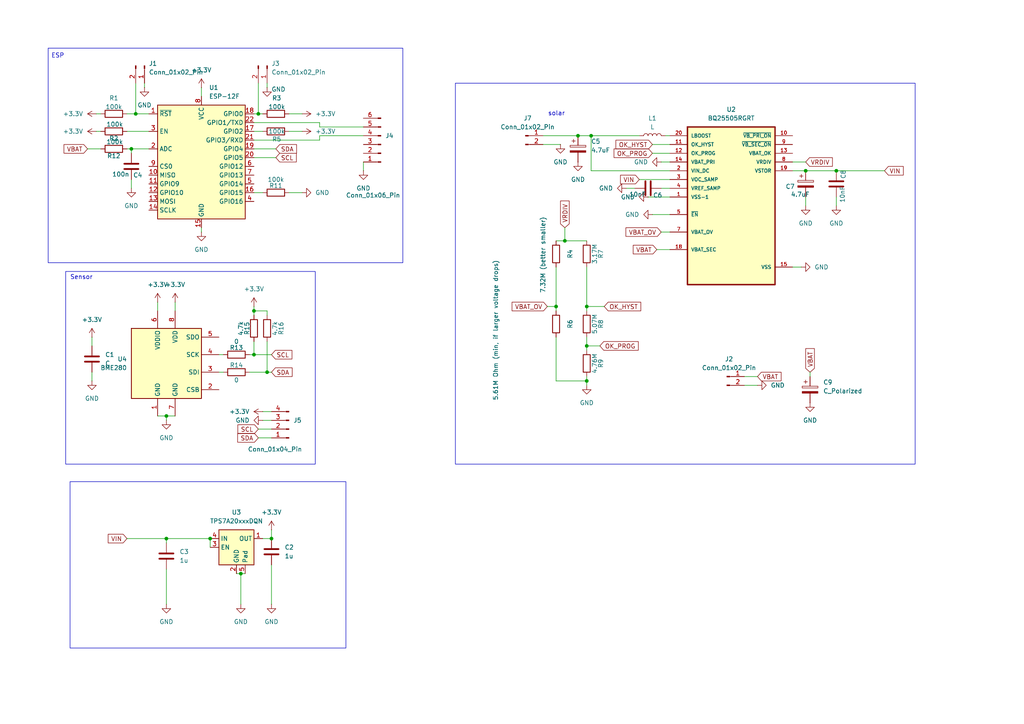
<source format=kicad_sch>
(kicad_sch (version 20231120) (generator "eeschema") (generator_version "8.0")
  (paper "A4")
  (lib_symbols
    (symbol "Connector:Conn_01x02_Pin" (pin_names (offset 1.016) hide)
      (property "Reference" "J" (at 0 2.54 0))
      (property "Value" "Conn_01x02_Pin" (at 0 -5.08 0))
      (symbol "Conn_01x02_Pin_1_1"
        (polyline (pts (xy 1.27 -2.54) (xy 0.8636 -2.54)) (stroke (width 0.1524)))
        (polyline (pts (xy 1.27 0) (xy 0.8636 0)) (stroke (width 0.1524)))
        (rectangle (start 0.8636 -2.413) (end 0 -2.667) (stroke (width 0.1524)) (fill (type outline)))
        (rectangle (start 0.8636 0.127) (end 0 -0.127) (stroke (width 0.1524)) (fill (type outline)))
        (pin passive line (at 5.08 0 180) (length 3.81) (name "Pin_1") (number "1"))
        (pin passive line (at 5.08 -2.54 180) (length 3.81) (name "Pin_2") (number "2"))
      )
    )
    (symbol "Connector:Conn_01x04_Pin" (pin_names (offset 1.016) hide)
      (property "Reference" "J" (at 0 5.08 0))
      (property "Value" "Conn_01x04_Pin" (at 0 -7.62 0))
      (symbol "Conn_01x04_Pin_1_1"
        (polyline (pts (xy 1.27 -5.08) (xy 0.8636 -5.08)) (stroke (width 0.1524)))
        (polyline (pts (xy 1.27 -2.54) (xy 0.8636 -2.54)) (stroke (width 0.1524)))
        (polyline (pts (xy 1.27 0) (xy 0.8636 0)) (stroke (width 0.1524)))
        (polyline (pts (xy 1.27 2.54) (xy 0.8636 2.54)) (stroke (width 0.1524)))
        (rectangle (start 0.8636 -4.953) (end 0 -5.207) (stroke (width 0.1524)) (fill (type outline)))
        (rectangle (start 0.8636 -2.413) (end 0 -2.667) (stroke (width 0.1524)) (fill (type outline)))
        (rectangle (start 0.8636 0.127) (end 0 -0.127) (stroke (width 0.1524)) (fill (type outline)))
        (rectangle (start 0.8636 2.667) (end 0 2.413) (stroke (width 0.1524)) (fill (type outline)))
        (pin passive line (at 5.08 2.54 180) (length 3.81) (name "Pin_1") (number "1"))
        (pin passive line (at 5.08 0 180) (length 3.81) (name "Pin_2") (number "2"))
        (pin passive line (at 5.08 -2.54 180) (length 3.81) (name "Pin_3") (number "3"))
        (pin passive line (at 5.08 -5.08 180) (length 3.81) (name "Pin_4") (number "4"))
      )
    )
    (symbol "Connector:Conn_01x06_Pin" (pin_names (offset 1.016) hide)
      (property "Reference" "J" (at 0 7.62 0))
      (property "Value" "Conn_01x06_Pin" (at 0 -10.16 0))
      (symbol "Conn_01x06_Pin_1_1"
        (polyline (pts (xy 1.27 -7.62) (xy 0.8636 -7.62)) (stroke (width 0.1524)))
        (polyline (pts (xy 1.27 -5.08) (xy 0.8636 -5.08)) (stroke (width 0.1524)))
        (polyline (pts (xy 1.27 -2.54) (xy 0.8636 -2.54)) (stroke (width 0.1524)))
        (polyline (pts (xy 1.27 0) (xy 0.8636 0)) (stroke (width 0.1524)))
        (polyline (pts (xy 1.27 2.54) (xy 0.8636 2.54)) (stroke (width 0.1524)))
        (polyline (pts (xy 1.27 5.08) (xy 0.8636 5.08)) (stroke (width 0.1524)))
        (rectangle (start 0.8636 -7.493) (end 0 -7.747) (stroke (width 0.1524)) (fill (type outline)))
        (rectangle (start 0.8636 -4.953) (end 0 -5.207) (stroke (width 0.1524)) (fill (type outline)))
        (rectangle (start 0.8636 -2.413) (end 0 -2.667) (stroke (width 0.1524)) (fill (type outline)))
        (rectangle (start 0.8636 0.127) (end 0 -0.127) (stroke (width 0.1524)) (fill (type outline)))
        (rectangle (start 0.8636 2.667) (end 0 2.413) (stroke (width 0.1524)) (fill (type outline)))
        (rectangle (start 0.8636 5.207) (end 0 4.953) (stroke (width 0.1524)) (fill (type outline)))
        (pin passive line (at 5.08 5.08 180) (length 3.81) (name "Pin_1") (number "1"))
        (pin passive line (at 5.08 2.54 180) (length 3.81) (name "Pin_2") (number "2"))
        (pin passive line (at 5.08 0 180) (length 3.81) (name "Pin_3") (number "3"))
        (pin passive line (at 5.08 -2.54 180) (length 3.81) (name "Pin_4") (number "4"))
        (pin passive line (at 5.08 -5.08 180) (length 3.81) (name "Pin_5") (number "5"))
        (pin passive line (at 5.08 -7.62 180) (length 3.81) (name "Pin_6") (number "6"))
      )
    )
    (symbol "Device:C" (pin_numbers hide) (pin_names (offset 0.254))
      (property "Reference" "C" (at 0.635 2.54 0))
      (property "Value" "C" (at 0.635 -2.54 0))
      (symbol "C_0_1"
        (polyline (pts (xy -2.032 -0.762) (xy 2.032 -0.762)) (stroke (width 0.508)))
        (polyline (pts (xy -2.032 0.762) (xy 2.032 0.762)) (stroke (width 0.508)))
      )
      (symbol "C_1_1"
        (pin passive line (at 0 3.81 270) (length 2.794) (name "~") (number "1"))
        (pin passive line (at 0 -3.81 90) (length 2.794) (name "~") (number "2"))
      )
    )
    (symbol "Device:C_Polarized" (pin_numbers hide) (pin_names (offset 0.254))
      (property "Reference" "C" (at 0.635 2.54 0))
      (property "Value" "C_Polarized" (at 0.635 -2.54 0))
      (symbol "C_Polarized_0_1"
        (rectangle (start -2.286 0.508) (end 2.286 1.016))
        (polyline (pts (xy -1.778 2.286) (xy -0.762 2.286)))
        (polyline (pts (xy -1.27 2.794) (xy -1.27 1.778)))
        (rectangle (start 2.286 -0.508) (end -2.286 -1.016) (fill (type outline)))
      )
      (symbol "C_Polarized_1_1"
        (pin passive line (at 0 3.81 270) (length 2.794) (name "~") (number "1"))
        (pin passive line (at 0 -3.81 90) (length 2.794) (name "~") (number "2"))
      )
    )
    (symbol "Device:L" (pin_numbers hide) (pin_names (offset 1.016) hide)
      (property "Reference" "L" (at -1.27 0 90))
      (property "Value" "L" (at 1.905 0 90))
      (symbol "L_0_1"
        (arc (start 0 -2.54) (mid 0.6323 -1.905) (end 0 -1.27))
        (arc (start 0 -1.27) (mid 0.6323 -0.635) (end 0 0))
        (arc (start 0 0) (mid 0.6323 0.635) (end 0 1.27))
        (arc (start 0 1.27) (mid 0.6323 1.905) (end 0 2.54))
      )
      (symbol "L_1_1"
        (pin passive line (at 0 3.81 270) (length 1.27) (name "1") (number "1"))
        (pin passive line (at 0 -3.81 90) (length 1.27) (name "2") (number "2"))
      )
    )
    (symbol "Device:R" (pin_numbers hide) (pin_names (offset 0))
      (property "Reference" "R" (at 2.032 0 90))
      (property "Value" "R" (at 0 0 90))
      (symbol "R_0_1"
        (rectangle (start -1.016 -2.54) (end 1.016 2.54) (stroke (width 0.254)))
      )
      (symbol "R_1_1"
        (pin passive line (at 0 3.81 270) (length 1.27) (name "~") (number "1"))
        (pin passive line (at 0 -3.81 90) (length 1.27) (name "~") (number "2"))
      )
    )
    (symbol "RF_Module:ESP-12F"
      (property "Reference" "U" (at -12.7 19.05 0))
      (property "Value" "ESP-12F" (at 12.7 19.05 0))
      (symbol "ESP-12F_0_1"
        (rectangle (start -12.7 17.78) (end 12.7 -15.24) (stroke (width 0.254)) (fill (type background)))
      )
      (symbol "ESP-12F_1_1"
        (pin input line (at -15.24 15.24 0) (length 2.54) (name "~{RST}") (number "1"))
        (pin bidirectional line (at -15.24 -2.54 0) (length 2.54) (name "MISO") (number "10"))
        (pin bidirectional line (at -15.24 -5.08 0) (length 2.54) (name "GPIO9") (number "11"))
        (pin bidirectional line (at -15.24 -7.62 0) (length 2.54) (name "GPIO10") (number "12"))
        (pin bidirectional line (at -15.24 -10.16 0) (length 2.54) (name "MOSI") (number "13"))
        (pin bidirectional line (at -15.24 -12.7 0) (length 2.54) (name "SCLK") (number "14"))
        (pin power_in line (at 0 -17.78 90) (length 2.54) (name "GND") (number "15"))
        (pin bidirectional line (at 15.24 -7.62 180) (length 2.54) (name "GPIO15") (number "16"))
        (pin bidirectional line (at 15.24 10.16 180) (length 2.54) (name "GPIO2") (number "17"))
        (pin bidirectional line (at 15.24 15.24 180) (length 2.54) (name "GPIO0") (number "18"))
        (pin bidirectional line (at 15.24 5.08 180) (length 2.54) (name "GPIO4") (number "19"))
        (pin input line (at -15.24 5.08 0) (length 2.54) (name "ADC") (number "2"))
        (pin bidirectional line (at 15.24 2.54 180) (length 2.54) (name "GPIO5") (number "20"))
        (pin bidirectional line (at 15.24 7.62 180) (length 2.54) (name "GPIO3/RXD") (number "21"))
        (pin bidirectional line (at 15.24 12.7 180) (length 2.54) (name "GPIO1/TXD") (number "22"))
        (pin input line (at -15.24 10.16 0) (length 2.54) (name "EN") (number "3"))
        (pin bidirectional line (at 15.24 -10.16 180) (length 2.54) (name "GPIO16") (number "4"))
        (pin bidirectional line (at 15.24 -5.08 180) (length 2.54) (name "GPIO14") (number "5"))
        (pin bidirectional line (at 15.24 0 180) (length 2.54) (name "GPIO12") (number "6"))
        (pin bidirectional line (at 15.24 -2.54 180) (length 2.54) (name "GPIO13") (number "7"))
        (pin power_in line (at 0 20.32 270) (length 2.54) (name "VCC") (number "8"))
        (pin input line (at -15.24 0 0) (length 2.54) (name "CS0") (number "9"))
      )
    )
    (symbol "Regulator_Linear:TPS7A20xxxDQN"
      (property "Reference" "U" (at -3.81 6.35 0))
      (property "Value" "TPS7A20xxxDQN" (at 6.35 6.35 0))
      (symbol "TPS7A20xxxDQN_0_1"
        (rectangle (start -5.08 5.08) (end 5.08 -5.08) (stroke (width 0.254)) (fill (type background)))
        (pin power_out line (at 7.62 2.54 180) (length 2.54) (name "OUT") (number "1"))
        (pin power_in line (at 0 -7.62 90) (length 2.54) (name "GND") (number "2"))
        (pin input line (at -7.62 0 0) (length 2.54) (name "EN") (number "3"))
        (pin power_in line (at -7.62 2.54 0) (length 2.54) (name "IN") (number "4"))
      )
      (symbol "TPS7A20xxxDQN_1_1"
        (pin passive line (at 2.54 -7.62 90) (length 2.54) (name "Pad") (number "5"))
      )
    )
    (symbol "Sensor:BME280"
      (property "Reference" "U" (at -8.89 11.43 0))
      (property "Value" "BME280" (at 7.62 11.43 0))
      (symbol "BME280_0_1"
        (rectangle (start -10.16 10.16) (end 10.16 -10.16) (stroke (width 0.254)) (fill (type background)))
      )
      (symbol "BME280_1_1"
        (pin power_in line (at -2.54 -15.24 90) (length 5.08) (name "GND") (number "1"))
        (pin input line (at 15.24 -7.62 180) (length 5.08) (name "CSB") (number "2"))
        (pin bidirectional line (at 15.24 -2.54 180) (length 5.08) (name "SDI") (number "3"))
        (pin input line (at 15.24 2.54 180) (length 5.08) (name "SCK") (number "4"))
        (pin bidirectional line (at 15.24 7.62 180) (length 5.08) (name "SDO") (number "5"))
        (pin power_in line (at -2.54 15.24 270) (length 5.08) (name "VDDIO") (number "6"))
        (pin power_in line (at 2.54 -15.24 90) (length 5.08) (name "GND") (number "7"))
        (pin power_in line (at 2.54 15.24 270) (length 5.08) (name "VDD") (number "8"))
      )
    )
    (symbol "mppt:BQ25505RGRT" (pin_names (offset 1.016))
      (property "Reference" "U" (at -12.7 23.86 0))
      (property "Value" "BQ25505RGRT" (at -12.7 -26.86 0))
      (symbol "BQ25505RGRT_0_0"
        (rectangle (start -12.7 -22.86) (end 12.7 22.86) (stroke (width 0.41)) (fill (type background)))
        (pin input line (at -17.78 2.54 0) (length 5.08) (name "VSS-1") (number "1"))
        (pin output line (at 17.78 20.32 180) (length 5.08) (name "~{VB_PRI_ON}") (number "10"))
        (pin input line (at -17.78 17.78 0) (length 5.08) (name "OK_HYST") (number "11"))
        (pin input line (at -17.78 15.24 0) (length 5.08) (name "OK_PROG") (number "12"))
        (pin output line (at 17.78 15.24 180) (length 5.08) (name "VBAT_OK") (number "13"))
        (pin input line (at -17.78 12.7 0) (length 5.08) (name "VBAT_PRI") (number "14"))
        (pin power_in line (at 17.78 -17.78 180) (length 5.08) (name "VSS") (number "15"))
        (pin bidirectional line (at -17.78 -12.7 0) (length 5.08) (name "VBAT_SEC") (number "18"))
        (pin output line (at 17.78 10.16 180) (length 5.08) (name "VSTOR") (number "19"))
        (pin input line (at -17.78 10.16 0) (length 5.08) (name "VIN_DC") (number "2"))
        (pin input line (at -17.78 20.32 0) (length 5.08) (name "LBOOST") (number "20"))
        (pin input line (at -17.78 7.62 0) (length 5.08) (name "VOC_SAMP") (number "3"))
        (pin input line (at -17.78 5.08 0) (length 5.08) (name "VREF_SAMP") (number "4"))
        (pin bidirectional line (at -17.78 -2.54 0) (length 5.08) (name "~{EN}") (number "5"))
        (pin bidirectional line (at -17.78 -7.62 0) (length 5.08) (name "VBAT_OV") (number "7"))
        (pin output line (at 17.78 12.7 180) (length 5.08) (name "VRDIV") (number "8"))
        (pin output line (at 17.78 17.78 180) (length 5.08) (name "~{VB_SEC_ON}") (number "9"))
      )
    )
    (symbol "power:+3.3V" (power) (pin_numbers hide) (pin_names (offset 0) hide)
      (property "Value" "+3.3V" (at 0 3.556 0))
      (symbol "+3.3V_0_1"
        (polyline (pts (xy -0.762 1.27) (xy 0 2.54)))
        (polyline (pts (xy 0 0) (xy 0 2.54)))
        (polyline (pts (xy 0 2.54) (xy 0.762 1.27)))
      )
      (symbol "+3.3V_1_1"
        (pin power_in line (at 0 0 90) (length 0) (name "~") (number "1"))
      )
    )
    (symbol "power:GND" (power) (pin_numbers hide) (pin_names (offset 0) hide)
      (property "Value" "GND" (at 0 -3.81 0))
      (symbol "GND_0_1"
        (polyline (pts (xy 0 0) (xy 0 -1.27) (xy 1.27 -1.27) (xy 0 -2.54) (xy -1.27 -1.27) (xy 0 -1.27)))
      )
      (symbol "GND_1_1"
        (pin power_in line (at 0 0 270) (length 0) (name "~") (number "1"))
      )
    )
  )
  (junction (at 233.68 49.53))
  (junction (at 39.37 33.02))
  (junction (at 170.18 100.33))
  (junction (at 163.83 69.85))
  (junction (at 161.29 88.9))
  (junction (at 242.57 49.53))
  (junction (at 78.74 156.21))
  (junction (at 48.26 156.21))
  (junction (at 69.85 166.37))
  (junction (at 170.18 88.9))
  (junction (at 73.66 102.87))
  (junction (at 48.26 120.65))
  (junction (at 170.18 110.49))
  (junction (at 73.66 90.17))
  (junction (at 167.64 39.37))
  (junction (at 74.93 33.02))
  (junction (at 60.96 156.21))
  (junction (at 77.47 107.95))
  (junction (at 38.1 43.18))
  (junction (at 171.45 39.37))
  (wire (pts (xy 27.94 33.02) (xy 29.21 33.02)))
  (wire (pts (xy 73.66 38.1) (xy 76.2 38.1)))
  (wire (pts (xy 229.87 77.47) (xy 232.41 77.47)))
  (wire (pts (xy 50.8 120.65) (xy 48.26 120.65)))
  (wire (pts (xy 190.5 72.39) (xy 194.31 72.39)))
  (wire (pts (xy 78.74 163.83) (xy 78.74 175.26)))
  (wire (pts (xy 215.9 109.22) (xy 219.71 109.22)))
  (wire (pts (xy 161.29 77.47) (xy 161.29 88.9)))
  (wire (pts (xy 41.91 24.13) (xy 41.91 25.4)))
  (wire (pts (xy 242.57 57.15) (xy 242.57 59.69)))
  (wire (pts (xy 189.23 62.23) (xy 194.31 62.23)))
  (wire (pts (xy 74.93 124.46) (xy 78.74 124.46)))
  (wire (pts (xy 58.42 25.4) (xy 58.42 27.94)))
  (wire (pts (xy 171.45 49.53) (xy 194.31 49.53)))
  (wire (pts (xy 45.72 120.65) (xy 48.26 120.65)))
  (wire (pts (xy 105.41 36.83) (xy 92.71 36.83)))
  (wire (pts (xy 72.39 107.95) (xy 77.47 107.95)))
  (wire (pts (xy 170.18 88.9) (xy 175.26 88.9)))
  (wire (pts (xy 73.66 88.9) (xy 73.66 90.17)))
  (wire (pts (xy 74.93 33.02) (xy 76.2 33.02)))
  (wire (pts (xy 45.72 87.63) (xy 45.72 90.17)))
  (wire (pts (xy 170.18 77.47) (xy 170.18 88.9)))
  (wire (pts (xy 234.95 107.95) (xy 234.95 109.22)))
  (wire (pts (xy 193.04 39.37) (xy 194.31 39.37)))
  (wire (pts (xy 60.96 156.21) (xy 60.96 158.75)))
  (wire (pts (xy 189.23 41.91) (xy 194.31 41.91)))
  (wire (pts (xy 76.2 121.92) (xy 78.74 121.92)))
  (wire (pts (xy 92.71 35.56) (xy 73.66 35.56)))
  (wire (pts (xy 171.45 39.37) (xy 171.45 49.53)))
  (wire (pts (xy 171.45 39.37) (xy 185.42 39.37)))
  (wire (pts (xy 83.82 55.88) (xy 87.63 55.88)))
  (wire (pts (xy 63.5 107.95) (xy 64.77 107.95)))
  (wire (pts (xy 161.29 110.49) (xy 170.18 110.49)))
  (wire (pts (xy 161.29 97.79) (xy 161.29 110.49)))
  (wire (pts (xy 73.66 33.02) (xy 74.93 33.02)))
  (wire (pts (xy 105.41 39.37) (xy 92.71 39.37)))
  (wire (pts (xy 191.77 54.61) (xy 194.31 54.61)))
  (wire (pts (xy 170.18 110.49) (xy 170.18 111.76)))
  (wire (pts (xy 74.93 127) (xy 78.74 127)))
  (wire (pts (xy 73.66 40.64) (xy 92.71 40.64)))
  (wire (pts (xy 58.42 66.04) (xy 58.42 67.31)))
  (wire (pts (xy 229.87 46.99) (xy 233.68 46.99)))
  (wire (pts (xy 92.71 39.37) (xy 92.71 40.64)))
  (wire (pts (xy 76.2 119.38) (xy 78.74 119.38)))
  (wire (pts (xy 48.26 157.48) (xy 48.26 156.21)))
  (wire (pts (xy 167.64 39.37) (xy 171.45 39.37)))
  (wire (pts (xy 36.83 33.02) (xy 39.37 33.02)))
  (wire (pts (xy 242.57 49.53) (xy 256.54 49.53)))
  (wire (pts (xy 163.83 69.85) (xy 170.18 69.85)))
  (wire (pts (xy 77.47 99.06) (xy 77.47 107.95)))
  (wire (pts (xy 229.87 49.53) (xy 233.68 49.53)))
  (wire (pts (xy 77.47 91.44) (xy 77.47 90.17)))
  (wire (pts (xy 27.94 38.1) (xy 29.21 38.1)))
  (wire (pts (xy 157.48 41.91) (xy 162.56 41.91)))
  (wire (pts (xy 170.18 100.33) (xy 173.99 100.33)))
  (wire (pts (xy 73.66 90.17) (xy 77.47 90.17)))
  (wire (pts (xy 73.66 90.17) (xy 73.66 91.44)))
  (wire (pts (xy 181.61 54.61) (xy 184.15 54.61)))
  (wire (pts (xy 69.85 166.37) (xy 71.12 166.37)))
  (wire (pts (xy 48.26 165.1) (xy 48.26 175.26)))
  (wire (pts (xy 39.37 24.13) (xy 39.37 33.02)))
  (wire (pts (xy 73.66 55.88) (xy 76.2 55.88)))
  (wire (pts (xy 38.1 52.07) (xy 38.1 54.61)))
  (wire (pts (xy 36.83 38.1) (xy 43.18 38.1)))
  (wire (pts (xy 48.26 156.21) (xy 60.96 156.21)))
  (wire (pts (xy 83.82 38.1) (xy 87.63 38.1)))
  (wire (pts (xy 50.8 87.63) (xy 50.8 90.17)))
  (wire (pts (xy 36.83 43.18) (xy 38.1 43.18)))
  (wire (pts (xy 158.75 88.9) (xy 161.29 88.9)))
  (wire (pts (xy 170.18 88.9) (xy 170.18 90.17)))
  (wire (pts (xy 78.74 156.21) (xy 76.2 156.21)))
  (wire (pts (xy 189.23 44.45) (xy 194.31 44.45)))
  (wire (pts (xy 157.48 39.37) (xy 167.64 39.37)))
  (wire (pts (xy 170.18 100.33) (xy 170.18 101.6)))
  (wire (pts (xy 39.37 33.02) (xy 43.18 33.02)))
  (wire (pts (xy 26.67 107.95) (xy 26.67 110.49)))
  (wire (pts (xy 36.83 156.21) (xy 48.26 156.21)))
  (wire (pts (xy 26.67 97.79) (xy 26.67 100.33)))
  (wire (pts (xy 161.29 69.85) (xy 163.83 69.85)))
  (wire (pts (xy 92.71 36.83) (xy 92.71 35.56)))
  (wire (pts (xy 191.77 67.31) (xy 194.31 67.31)))
  (wire (pts (xy 170.18 109.22) (xy 170.18 110.49)))
  (wire (pts (xy 233.68 49.53) (xy 242.57 49.53)))
  (wire (pts (xy 48.26 120.65) (xy 48.26 121.92)))
  (wire (pts (xy 77.47 24.13) (xy 77.47 25.4)))
  (wire (pts (xy 38.1 43.18) (xy 43.18 43.18)))
  (wire (pts (xy 187.96 57.15) (xy 194.31 57.15)))
  (wire (pts (xy 161.29 88.9) (xy 161.29 90.17)))
  (wire (pts (xy 73.66 43.18) (xy 80.01 43.18)))
  (wire (pts (xy 185.42 52.07) (xy 194.31 52.07)))
  (wire (pts (xy 215.9 111.76) (xy 219.71 111.76)))
  (wire (pts (xy 77.47 107.95) (xy 78.74 107.95)))
  (wire (pts (xy 25.4 43.18) (xy 29.21 43.18)))
  (wire (pts (xy 73.66 102.87) (xy 78.74 102.87)))
  (wire (pts (xy 105.41 46.99) (xy 105.41 49.53)))
  (wire (pts (xy 233.68 57.15) (xy 233.68 59.69)))
  (wire (pts (xy 78.74 153.67) (xy 78.74 156.21)))
  (wire (pts (xy 73.66 45.72) (xy 80.01 45.72)))
  (wire (pts (xy 73.66 99.06) (xy 73.66 102.87)))
  (wire (pts (xy 163.83 66.04) (xy 163.83 69.85)))
  (wire (pts (xy 191.77 46.99) (xy 194.31 46.99)))
  (wire (pts (xy 63.5 102.87) (xy 64.77 102.87)))
  (wire (pts (xy 74.93 24.13) (xy 74.93 33.02)))
  (wire (pts (xy 68.58 166.37) (xy 69.85 166.37)))
  (wire (pts (xy 72.39 102.87) (xy 73.66 102.87)))
  (wire (pts (xy 170.18 97.79) (xy 170.18 100.33)))
  (wire (pts (xy 69.85 166.37) (xy 69.85 175.26)))
  (wire (pts (xy 38.1 43.18) (xy 38.1 44.45)))
  (wire (pts (xy 83.82 33.02) (xy 87.63 33.02)))
  (rectangle (start 19.05 78.74) (end 91.44 134.62))
  (rectangle (start 132.08 24.13) (end 265.43 134.62))
  (rectangle (start 13.97 13.97) (end 116.84 76.2))
  (rectangle (start 20.32 139.7) (end 100.33 187.96))
  (text "ESP" (at 16.764 16.256 0) (effects (font (size 1.27 1.27))))
  (text "Sensor" (at 23.622 80.518 0) (effects (font (size 1.27 1.27))))
  (text "solar" (at 161.417 33.02 0) (effects (font (size 1.27 1.27))))
  (global_label "VIN" (shape input) (at 256.54 49.53 0) (property "Intersheetrefs" "${INTERSHEET_REFS}" (effects (hide yes))))
  (global_label "VBAT_OV" (shape input) (at 191.77 67.31 180) (property "Intersheetrefs" "${INTERSHEET_REFS}" (effects (hide yes))))
  (global_label "OK_PROG" (shape input) (at 173.99 100.33 0) (property "Intersheetrefs" "${INTERSHEET_REFS}" (effects (hide yes))))
  (global_label "SDA" (shape input) (at 80.01 43.18 0) (property "Intersheetrefs" "${INTERSHEET_REFS}" (effects (hide yes))))
  (global_label "SDA" (shape input) (at 74.93 127 180) (property "Intersheetrefs" "${INTERSHEET_REFS}" (effects (hide yes))))
  (global_label "VBAT" (shape input) (at 25.4 43.18 180) (property "Intersheetrefs" "${INTERSHEET_REFS}" (effects (hide yes))))
  (global_label "VBAT_OV" (shape input) (at 158.75 88.9 180) (property "Intersheetrefs" "${INTERSHEET_REFS}" (effects (hide yes))))
  (global_label "VRDIV" (shape input) (at 163.83 66.04 90) (property "Intersheetrefs" "${INTERSHEET_REFS}" (effects (hide yes))))
  (global_label "VBAT" (shape input) (at 219.71 109.22 0) (property "Intersheetrefs" "${INTERSHEET_REFS}" (effects (hide yes))))
  (global_label "OK_PROG" (shape input) (at 189.23 44.45 180) (property "Intersheetrefs" "${INTERSHEET_REFS}" (effects (hide yes))))
  (global_label "VBAT" (shape input) (at 234.95 107.95 90) (property "Intersheetrefs" "${INTERSHEET_REFS}" (effects (hide yes))))
  (global_label "OK_HYST" (shape input) (at 175.26 88.9 0) (property "Intersheetrefs" "${INTERSHEET_REFS}" (effects (hide yes))))
  (global_label "SCL" (shape input) (at 74.93 124.46 180) (property "Intersheetrefs" "${INTERSHEET_REFS}" (effects (hide yes))))
  (global_label "VIN" (shape input) (at 185.42 52.07 180) (property "Intersheetrefs" "${INTERSHEET_REFS}" (effects (hide yes))))
  (global_label "SDA" (shape input) (at 78.74 107.95 0) (property "Intersheetrefs" "${INTERSHEET_REFS}" (effects (hide yes))))
  (global_label "VRDIV" (shape input) (at 233.68 46.99 0) (property "Intersheetrefs" "${INTERSHEET_REFS}" (effects (hide yes))))
  (global_label "SCL" (shape input) (at 78.74 102.87 0) (property "Intersheetrefs" "${INTERSHEET_REFS}" (effects (hide yes))))
  (global_label "SCL" (shape input) (at 80.01 45.72 0) (property "Intersheetrefs" "${INTERSHEET_REFS}" (effects (hide yes))))
  (global_label "VIN" (shape input) (at 36.83 156.21 180) (property "Intersheetrefs" "${INTERSHEET_REFS}" (effects (hide yes))))
  (global_label "OK_HYST" (shape input) (at 189.23 41.91 180) (property "Intersheetrefs" "${INTERSHEET_REFS}" (effects (hide yes))))
  (global_label "VBAT" (shape input) (at 190.5 72.39 180) (property "Intersheetrefs" "${INTERSHEET_REFS}" (effects (hide yes))))
  (symbol (lib_id "power:GND") (at 26.67 110.49 0) (unit 1)
    (property "Reference" "#PWR25" (effects (hide yes)))
    (property "Value" "GND" (at 26.67 115.57 0))
    (property "Description" "Power symbol creates a global label with name \"GND\" , ground" (effects (hide yes)))
  )
  (symbol (lib_id "power:+3.3V") (at 27.94 38.1 90) (unit 1)
    (property "Reference" "#PWR4" (effects (hide yes)))
    (property "Value" "+3.3V" (at 24.13 38.0999 90) (effects (justify left)))
    (property "Description" "Power symbol creates a global label with name \"+3.3V\"" (effects (hide yes)))
  )
  (symbol (lib_id "Connector:Conn_01x02_Pin") (at 41.91 19.05 270) (unit 1)
    (property "Reference" "J1" (at 43.18 18.4149 90) (effects (justify left)))
    (property "Value" "Conn_01x02_Pin" (at 43.18 20.9549 90) (effects (justify left)))
    (property "Footprint" "Connector_JST:JST_EH_B2B-EH-A_1x02_P2.50mm_Vertical" (effects (hide yes)))
    (property "Description" "Generic connector, single row, 01x02, script generated" (effects (hide yes)))
  )
  (symbol (lib_id "power:GND") (at 41.91 25.4 0) (unit 1)
    (property "Reference" "#PWR9" (effects (hide yes)))
    (property "Value" "GND" (at 41.91 30.48 0))
    (property "Description" "Power symbol creates a global label with name \"GND\" , ground" (effects (hide yes)))
  )
  (symbol (lib_id "power:+3.3V") (at 58.42 25.4 0) (unit 1)
    (property "Reference" "#PWR1" (effects (hide yes)))
    (property "Value" "+3.3V" (at 58.42 20.32 0))
    (property "Description" "Power symbol creates a global label with name \"+3.3V\"" (effects (hide yes)))
  )
  (symbol (lib_id "Connector:Conn_01x06_Pin") (at 110.49 41.91 180) (unit 1)
    (property "Reference" "J4" (at 111.76 39.3699 0) (effects (justify right)))
    (property "Value" "Conn_01x06_Pin" (at 100.33 56.642 0) (effects (justify right)))
    (property "Footprint" "Connector_JST:JST_EH_B6B-EH-A_1x06_P2.50mm_Vertical" (effects (hide yes)))
    (property "Description" "Generic connector, single row, 01x06, script generated" (effects (hide yes)))
  )
  (symbol (lib_id "power:GND") (at 234.95 116.84 0) (unit 1)
    (property "Reference" "#PWR35" (effects (hide yes)))
    (property "Value" "GND" (at 234.95 121.92 0))
    (property "Description" "Power symbol creates a global label with name \"GND\" , ground" (effects (hide yes)))
  )
  (symbol (lib_id "Device:C") (at 48.26 161.29 0) (unit 1)
    (property "Reference" "C3" (at 52.07 160.0199 0) (effects (justify left)))
    (property "Value" "1u" (at 52.07 162.5599 0) (effects (justify left)))
    (property "Footprint" "Capacitor_SMD:C_0603_1608Metric" (effects (hide yes)))
    (property "Description" "Unpolarized capacitor" (effects (hide yes)))
  )
  (symbol (lib_id "power:GND") (at 87.63 55.88 90) (unit 1)
    (property "Reference" "#PWR7" (effects (hide yes)))
    (property "Value" "GND" (at 91.44 55.8799 90) (effects (justify right)))
    (property "Description" "Power symbol creates a global label with name \"GND\" , ground" (effects (hide yes)))
  )
  (symbol (lib_id "power:+3.3V") (at 50.8 87.63 0) (unit 1)
    (property "Reference" "#PWR13" (effects (hide yes)))
    (property "Value" "+3.3V" (at 50.8 82.55 0))
    (property "Description" "Power symbol creates a global label with name \"+3.3V\"" (effects (hide yes)))
  )
  (symbol (lib_id "Device:R") (at 161.29 73.66 180) (unit 1)
    (property "Reference" "R4" (at 165.354 73.66 90))
    (property "Value" "7.32M (better smaller)" (at 157.48 73.914 90))
    (property "Footprint" "Resistor_SMD:R_1206_3216Metric" (effects (hide yes)))
    (property "Description" "Resistor" (effects (hide yes)))
  )
  (symbol (lib_id "Sensor:BME280") (at 48.26 105.41 0) (unit 1)
    (property "Reference" "U4" (at 36.83 104.1399 0) (effects (justify right)))
    (property "Value" "BME280" (at 36.83 106.6799 0) (effects (justify right)))
    (property "Footprint" "Package_LGA:Bosch_LGA-8_2.5x2.5mm_P0.65mm_ClockwisePinNumbering" (effects (hide yes)))
    (property "Datasheet" "https://www.bosch-sensortec.com/media/boschsensortec/downloads/datasheets/bst-bme280-ds002.pdf" (effects (hide yes)))
    (property "Description" "3-in-1 sensor, humidity, pressure, temperature, I2C and SPI interface, 1.71-3.6V, LGA-8" (effects (hide yes)))
  )
  (symbol (lib_id "power:+3.3V") (at 78.74 153.67 0) (unit 1)
    (property "Reference" "#PWR16" (effects (hide yes)))
    (property "Value" "+3.3V" (at 78.74 148.59 0))
    (property "Description" "Power symbol creates a global label with name \"+3.3V\"" (effects (hide yes)))
  )
  (symbol (lib_id "Device:R") (at 161.29 93.98 180) (unit 1)
    (property "Reference" "R6" (at 165.354 93.98 90))
    (property "Value" "5.61M Ohm (min, if larger voltage drops)" (at 143.764 95.758 90))
    (property "Footprint" "Resistor_SMD:R_1206_3216Metric" (effects (hide yes)))
    (property "Description" "Resistor" (effects (hide yes)))
  )
  (symbol (lib_id "power:GND") (at 167.64 46.99 0) (unit 1)
    (property "Reference" "#PWR23" (effects (hide yes)))
    (property "Value" "GND" (at 167.64 52.07 0))
    (property "Description" "Power symbol creates a global label with name \"GND\" , ground" (effects (hide yes)))
  )
  (symbol (lib_id "Device:C") (at 38.1 48.26 0) (unit 1)
    (property "Reference" "C4" (at 38.608 50.8 0) (effects (justify left)))
    (property "Value" "100n" (at 32.512 50.546 0) (effects (justify left)))
    (property "Footprint" "Capacitor_SMD:C_0603_1608Metric" (effects (hide yes)))
    (property "Description" "Unpolarized capacitor" (effects (hide yes)))
  )
  (symbol (lib_id "mppt:BQ25505RGRT") (at 212.09 59.69 0) (unit 1)
    (property "Reference" "U2" (at 212.09 31.75 0))
    (property "Value" "BQ25505RGRT" (at 212.09 34.29 0))
    (property "Footprint" "bqMPPT:QFN50P350X350X100-21N" (effects (hide yes)))
    (property "MF" "Texas Instruments" (effects (hide yes)))
    (property "Description_1" "\n                        \n                            Ultra low power harvester power management IC with boost charger, and autonomous power multiplexor\n                        \n" (effects (hide yes)))
    (property "Package" "VQFN-20 Texas Instruments" (effects (hide yes)))
    (property "Price" "None" (effects (hide yes)))
    (property "SnapEDA_Link" "https://www.snapeda.com/parts/BQ25505RGRT/Texas+Instruments/view-part/?ref=snap" (effects (hide yes)))
    (property "MP" "BQ25505RGRT" (effects (hide yes)))
    (property "Availability" "In Stock" (effects (hide yes)))
    (property "Check_prices" "https://www.snapeda.com/parts/BQ25505RGRT/Texas+Instruments/view-part/?ref=eda" (effects (hide yes)))
  )
  (symbol (lib_id "Device:R") (at 73.66 95.25 180) (unit 1)
    (property "Reference" "R15" (at 71.628 95.25 90))
    (property "Value" "4.7k" (at 69.85 95.25 90))
    (property "Footprint" "Resistor_SMD:R_1206_3216Metric" (effects (hide yes)))
    (property "Description" "Resistor" (effects (hide yes)))
  )
  (symbol (lib_id "Device:R") (at 33.02 38.1 90) (unit 1)
    (property "Reference" "R2" (at 33.02 40.132 90))
    (property "Value" "100k" (at 33.274 36.068 90))
    (property "Footprint" "Resistor_SMD:R_1206_3216Metric" (effects (hide yes)))
    (property "Description" "Resistor" (effects (hide yes)))
  )
  (symbol (lib_id "Device:R") (at 68.58 107.95 90) (unit 1)
    (property "Reference" "R14" (at 68.58 105.918 90))
    (property "Value" "0" (at 68.58 110.236 90))
    (property "Footprint" "Resistor_SMD:R_1206_3216Metric" (effects (hide yes)))
    (property "Description" "Resistor" (effects (hide yes)))
  )
  (symbol (lib_id "power:GND") (at 219.71 111.76 90) (unit 1)
    (property "Reference" "#PWR28" (effects (hide yes)))
    (property "Value" "GND" (at 223.52 111.7599 90) (effects (justify right)))
    (property "Description" "Power symbol creates a global label with name \"GND\" , ground" (effects (hide yes)))
  )
  (symbol (lib_id "Device:C") (at 187.96 54.61 90) (unit 1)
    (property "Reference" "C6" (at 190.754 56.642 90))
    (property "Value" "10nF" (at 184.912 56.388 90))
    (property "Footprint" "Capacitor_SMD:C_0603_1608Metric" (effects (hide yes)))
    (property "Description" "Unpolarized capacitor" (effects (hide yes)))
  )
  (symbol (lib_id "power:GND") (at 191.77 46.99 270) (unit 1)
    (property "Reference" "#PWR19" (effects (hide yes)))
    (property "Value" "GND" (at 187.96 46.9899 90) (effects (justify right)))
    (property "Description" "Power symbol creates a global label with name \"GND\" , ground" (effects (hide yes)))
  )
  (symbol (lib_id "Device:R") (at 170.18 105.41 180) (unit 1)
    (property "Reference" "R9" (at 174.244 105.41 90))
    (property "Value" "4.76M" (at 172.466 105.41 90))
    (property "Footprint" "Resistor_SMD:R_1206_3216Metric" (effects (hide yes)))
    (property "Description" "Resistor" (effects (hide yes)))
  )
  (symbol (lib_id "power:+3.3V") (at 87.63 38.1 270) (unit 1)
    (property "Reference" "#PWR6" (effects (hide yes)))
    (property "Value" "+3.3V" (at 91.44 38.0999 90) (effects (justify left)))
    (property "Description" "Power symbol creates a global label with name \"+3.3V\"" (effects (hide yes)))
  )
  (symbol (lib_id "Device:R") (at 33.02 43.18 90) (unit 1)
    (property "Reference" "R12" (at 33.02 45.212 90))
    (property "Value" "100k" (at 33.274 41.148 90))
    (property "Footprint" "Resistor_SMD:R_1206_3216Metric" (effects (hide yes)))
    (property "Description" "Resistor" (effects (hide yes)))
  )
  (symbol (lib_id "power:GND") (at 77.47 25.4 0) (unit 1)
    (property "Reference" "#PWR8" (effects (hide yes)))
    (property "Value" "GND" (at 80.772 25.908 0))
    (property "Description" "Power symbol creates a global label with name \"GND\" , ground" (effects (hide yes)))
  )
  (symbol (lib_id "Device:R") (at 77.47 95.25 180) (unit 1)
    (property "Reference" "R16" (at 81.534 95.25 90))
    (property "Value" "4.7k" (at 79.756 95.25 90))
    (property "Footprint" "Resistor_SMD:R_1206_3216Metric" (effects (hide yes)))
    (property "Description" "Resistor" (effects (hide yes)))
  )
  (symbol (lib_id "power:GND") (at 58.42 67.31 0) (unit 1)
    (property "Reference" "#PWR2" (effects (hide yes)))
    (property "Value" "GND" (at 58.42 72.39 0))
    (property "Description" "Power symbol creates a global label with name \"GND\" , ground" (effects (hide yes)))
  )
  (symbol (lib_id "Device:R") (at 68.58 102.87 90) (unit 1)
    (property "Reference" "R13" (at 68.58 100.838 90))
    (property "Value" "0" (at 68.58 99.06 90))
    (property "Footprint" "Resistor_SMD:R_1206_3216Metric" (effects (hide yes)))
    (property "Description" "Resistor" (effects (hide yes)))
  )
  (symbol (lib_id "power:GND") (at 189.23 62.23 270) (unit 1)
    (property "Reference" "#PWR22" (effects (hide yes)))
    (property "Value" "GND" (at 185.42 62.2299 90) (effects (justify right)))
    (property "Description" "Power symbol creates a global label with name \"GND\" , ground" (effects (hide yes)))
  )
  (symbol (lib_id "Device:C") (at 78.74 160.02 0) (unit 1)
    (property "Reference" "C2" (at 82.55 158.7499 0) (effects (justify left)))
    (property "Value" "1u" (at 82.55 161.2899 0) (effects (justify left)))
    (property "Footprint" "Capacitor_SMD:C_0603_1608Metric" (effects (hide yes)))
    (property "Description" "Unpolarized capacitor" (effects (hide yes)))
  )
  (symbol (lib_id "power:GND") (at 48.26 121.92 0) (unit 1)
    (property "Reference" "#PWR11" (effects (hide yes)))
    (property "Value" "GND" (at 48.26 127 0))
    (property "Description" "Power symbol creates a global label with name \"GND\" , ground" (effects (hide yes)))
  )
  (symbol (lib_id "power:GND") (at 232.41 77.47 90) (unit 1)
    (property "Reference" "#PWR14" (effects (hide yes)))
    (property "Value" "GND" (at 236.22 77.4699 90) (effects (justify right)))
    (property "Description" "Power symbol creates a global label with name \"GND\" , ground" (effects (hide yes)))
  )
  (symbol (lib_id "power:+3.3V") (at 26.67 97.79 0) (unit 1)
    (property "Reference" "#PWR26" (effects (hide yes)))
    (property "Value" "+3.3V" (at 26.67 92.71 0))
    (property "Description" "Power symbol creates a global label with name \"+3.3V\"" (effects (hide yes)))
  )
  (symbol (lib_id "Device:L") (at 189.23 39.37 90) (unit 1)
    (property "Reference" "L1" (at 189.23 34.29 90))
    (property "Value" "L" (at 189.23 36.83 90))
    (property "Footprint" "Inductor_SMD:L_Abracon_ASPI-0425" (effects (hide yes)))
    (property "Description" "Inductor" (effects (hide yes)))
  )
  (symbol (lib_id "power:GND") (at 48.26 175.26 0) (unit 1)
    (property "Reference" "#PWR17" (effects (hide yes)))
    (property "Value" "GND" (at 48.26 180.34 0))
    (property "Description" "Power symbol creates a global label with name \"GND\" , ground" (effects (hide yes)))
  )
  (symbol (lib_id "Device:R") (at 170.18 73.66 180) (unit 1)
    (property "Reference" "R7" (at 174.244 73.66 90))
    (property "Value" "3.17M" (at 172.466 73.66 90))
    (property "Footprint" "Resistor_SMD:R_1206_3216Metric" (effects (hide yes)))
    (property "Description" "Resistor" (effects (hide yes)))
  )
  (symbol (lib_id "power:GND") (at 242.57 59.69 0) (unit 1)
    (property "Reference" "#PWR34" (effects (hide yes)))
    (property "Value" "GND" (at 242.57 64.77 0))
    (property "Description" "Power symbol creates a global label with name \"GND\" , ground" (effects (hide yes)))
  )
  (symbol (lib_id "power:GND") (at 233.68 59.69 0) (unit 1)
    (property "Reference" "#PWR33" (effects (hide yes)))
    (property "Value" "GND" (at 233.68 64.77 0))
    (property "Description" "Power symbol creates a global label with name \"GND\" , ground" (effects (hide yes)))
  )
  (symbol (lib_id "Device:R") (at 80.01 33.02 90) (unit 1)
    (property "Reference" "R3" (at 80.264 28.448 90))
    (property "Value" "100k" (at 80.264 30.988 90))
    (property "Footprint" "Resistor_SMD:R_1206_3216Metric" (effects (hide yes)))
    (property "Description" "Resistor" (effects (hide yes)))
  )
  (symbol (lib_id "power:GND") (at 78.74 175.26 0) (unit 1)
    (property "Reference" "#PWR18" (effects (hide yes)))
    (property "Value" "GND" (at 78.74 180.34 0))
    (property "Description" "Power symbol creates a global label with name \"GND\" , ground" (effects (hide yes)))
  )
  (symbol (lib_id "Device:R") (at 33.02 33.02 90) (unit 1)
    (property "Reference" "R1" (at 33.02 28.448 90))
    (property "Value" "100k" (at 33.02 30.988 90))
    (property "Footprint" "Resistor_SMD:R_1206_3216Metric" (effects (hide yes)))
    (property "Description" "Resistor" (effects (hide yes)))
  )
  (symbol (lib_id "power:GND") (at 181.61 54.61 270) (unit 1)
    (property "Reference" "#PWR24" (effects (hide yes)))
    (property "Value" "GND" (at 177.8 54.6099 90) (effects (justify right)))
    (property "Description" "Power symbol creates a global label with name \"GND\" , ground" (effects (hide yes)))
  )
  (symbol (lib_id "Device:C") (at 26.67 104.14 0) (unit 1)
    (property "Reference" "C1" (at 30.48 102.8699 0) (effects (justify left)))
    (property "Value" "C" (at 30.48 105.4099 0) (effects (justify left)))
    (property "Footprint" "Capacitor_SMD:C_0603_1608Metric" (effects (hide yes)))
    (property "Description" "Unpolarized capacitor" (effects (hide yes)))
  )
  (symbol (lib_id "power:GND") (at 170.18 111.76 0) (unit 1)
    (property "Reference" "#PWR31" (effects (hide yes)))
    (property "Value" "GND" (at 170.18 116.84 0))
    (property "Description" "Power symbol creates a global label with name \"GND\" , ground" (effects (hide yes)))
  )
  (symbol (lib_id "RF_Module:ESP-12F") (at 58.42 48.26 0) (unit 1)
    (property "Reference" "U1" (at 60.6141 25.4 0) (effects (justify left)))
    (property "Value" "ESP-12F" (at 60.6141 27.94 0) (effects (justify left)))
    (property "Footprint" "RF_Module:ESP-12E" (effects (hide yes)))
    (property "Datasheet" "http://wiki.ai-thinker.com/_media/esp8266/esp8266_series_modules_user_manual_v1.1.pdf" (effects (hide yes)))
    (property "Description" "802.11 b/g/n Wi-Fi Module" (effects (hide yes)))
  )
  (symbol (lib_id "Device:C_Polarized") (at 234.95 113.03 0) (unit 1)
    (property "Reference" "C9" (at 238.76 110.8709 0) (effects (justify left)))
    (property "Value" "C_Polarized" (at 238.76 113.4109 0) (effects (justify left)))
    (property "Footprint" "Capacitor_THT:CP_Radial_D16.0mm_P7.50mm" (effects (hide yes)))
    (property "Description" "Polarized capacitor" (effects (hide yes)))
  )
  (symbol (lib_id "Device:R") (at 80.01 38.1 90) (unit 1)
    (property "Reference" "R5" (at 80.264 40.386 90))
    (property "Value" "100k" (at 80.264 38.1 90))
    (property "Footprint" "Resistor_SMD:R_1206_3216Metric" (effects (hide yes)))
    (property "Description" "Resistor" (effects (hide yes)))
  )
  (symbol (lib_id "power:+3.3V") (at 27.94 33.02 90) (unit 1)
    (property "Reference" "#PWR3" (effects (hide yes)))
    (property "Value" "+3.3V" (at 24.13 33.0199 90) (effects (justify left)))
    (property "Description" "Power symbol creates a global label with name \"+3.3V\"" (effects (hide yes)))
  )
  (symbol (lib_id "power:+3.3V") (at 45.72 87.63 0) (unit 1)
    (property "Reference" "#PWR12" (effects (hide yes)))
    (property "Value" "+3.3V" (at 45.72 82.55 0))
    (property "Description" "Power symbol creates a global label with name \"+3.3V\"" (effects (hide yes)))
  )
  (symbol (lib_id "power:GND") (at 105.41 49.53 0) (unit 1)
    (property "Reference" "#PWR10" (effects (hide yes)))
    (property "Value" "GND" (at 105.41 54.61 0))
    (property "Description" "Power symbol creates a global label with name \"GND\" , ground" (effects (hide yes)))
  )
  (symbol (lib_id "Device:C_Polarized") (at 233.68 53.34 0) (unit 1)
    (property "Reference" "C7" (at 227.838 54.102 0) (effects (justify left)))
    (property "Value" "4.7uF" (at 229.362 56.388 0) (effects (justify left)))
    (property "Footprint" "Capacitor_THT:CP_Radial_D5.0mm_P2.00mm" (effects (hide yes)))
    (property "Description" "Polarized capacitor" (effects (hide yes)))
  )
  (symbol (lib_id "power:GND") (at 69.85 175.26 0) (unit 1)
    (property "Reference" "#PWR15" (effects (hide yes)))
    (property "Value" "GND" (at 69.85 180.34 0))
    (property "Description" "Power symbol creates a global label with name \"GND\" , ground" (effects (hide yes)))
  )
  (symbol (lib_id "power:GND") (at 162.56 41.91 0) (unit 1)
    (property "Reference" "#PWR20" (effects (hide yes)))
    (property "Value" "GND" (at 162.56 46.99 0))
    (property "Description" "Power symbol creates a global label with name \"GND\" , ground" (effects (hide yes)))
  )
  (symbol (lib_id "power:GND") (at 187.96 57.15 270) (unit 1)
    (property "Reference" "#PWR32" (effects (hide yes)))
    (property "Value" "GND" (at 184.15 57.1499 90) (effects (justify right)))
    (property "Description" "Power symbol creates a global label with name \"GND\" , ground" (effects (hide yes)))
  )
  (symbol (lib_id "power:GND") (at 76.2 121.92 270) (unit 1)
    (property "Reference" "#PWR30" (effects (hide yes)))
    (property "Value" "GND" (at 72.39 121.9199 90) (effects (justify right)))
    (property "Description" "Power symbol creates a global label with name \"GND\" , ground" (effects (hide yes)))
  )
  (symbol (lib_id "power:+3.3V") (at 87.63 33.02 270) (unit 1)
    (property "Reference" "#PWR5" (effects (hide yes)))
    (property "Value" "+3.3V" (at 91.44 33.0199 90) (effects (justify left)))
    (property "Description" "Power symbol creates a global label with name \"+3.3V\"" (effects (hide yes)))
  )
  (symbol (lib_id "Connector:Conn_01x04_Pin") (at 83.82 124.46 180) (unit 1)
    (property "Reference" "J5" (at 85.09 121.9199 0) (effects (justify right)))
    (property "Value" "Conn_01x04_Pin" (at 71.882 130.302 0) (effects (justify right)))
    (property "Footprint" "Connector_JST:JST_EH_B4B-EH-A_1x04_P2.50mm_Vertical" (effects (hide yes)))
    (property "Description" "Generic connector, single row, 01x04, script generated" (effects (hide yes)))
  )
  (symbol (lib_id "power:GND") (at 38.1 54.61 0) (unit 1)
    (property "Reference" "#PWR21" (effects (hide yes)))
    (property "Value" "GND" (at 38.1 59.69 0))
    (property "Description" "Power symbol creates a global label with name \"GND\" , ground" (effects (hide yes)))
  )
  (symbol (lib_id "Device:C_Polarized") (at 167.64 43.18 0) (unit 1)
    (property "Reference" "C5" (at 171.45 41.0209 0) (effects (justify left)))
    (property "Value" "4.7uF" (at 171.45 43.5609 0) (effects (justify left)))
    (property "Footprint" "Capacitor_THT:CP_Radial_D5.0mm_P2.00mm" (effects (hide yes)))
    (property "Description" "Polarized capacitor" (effects (hide yes)))
  )
  (symbol (lib_id "Regulator_Linear:TPS7A20xxxDQN") (at 68.58 158.75 0) (unit 1)
    (property "Reference" "U3" (at 68.58 148.59 0))
    (property "Value" "TPS7A20xxxDQN" (at 68.58 151.13 0))
    (property "Footprint" "Package_SON:Texas_X2SON-4_1x1mm_P0.65mm" (effects (hide yes)))
    (property "Datasheet" "https://www.ti.com/lit/ds/symlink/tps7a20.pdf" (effects (hide yes)))
    (property "Description" "300 mA Low Dropout Voltage Regulator, Fixed Output, 1.6..6.0Vin, Low-Noise (7μV RMS), 6.5μA IQ LDO, X2SON-5" (effects (hide yes)))
  )
  (symbol (lib_id "Connector:Conn_01x02_Pin") (at 210.82 109.22 0) (unit 1)
    (property "Reference" "J2" (at 211.455 104.14 0))
    (property "Value" "Conn_01x02_Pin" (at 211.455 106.68 0))
    (property "Footprint" "Connector_JST:JST_EH_B2B-EH-A_1x02_P2.50mm_Vertical" (effects (hide yes)))
    (property "Description" "Generic connector, single row, 01x02, script generated" (effects (hide yes)))
  )
  (symbol (lib_id "Device:R") (at 170.18 93.98 180) (unit 1)
    (property "Reference" "R8" (at 174.244 93.98 90))
    (property "Value" "5.07M" (at 172.466 93.98 90))
    (property "Footprint" "Resistor_SMD:R_1206_3216Metric" (effects (hide yes)))
    (property "Description" "Resistor" (effects (hide yes)))
  )
  (symbol (lib_id "Device:C") (at 242.57 53.34 180) (unit 1)
    (property "Reference" "C8" (at 244.602 50.546 90))
    (property "Value" "10nF" (at 244.348 56.388 90))
    (property "Footprint" "Capacitor_SMD:C_0603_1608Metric" (effects (hide yes)))
    (property "Description" "Unpolarized capacitor" (effects (hide yes)))
  )
  (symbol (lib_id "Connector:Conn_01x02_Pin") (at 152.4 39.37 0) (unit 1)
    (property "Reference" "J7" (at 153.035 34.29 0))
    (property "Value" "Conn_01x02_Pin" (at 153.035 36.83 0))
    (property "Footprint" "Connector_JST:JST_NV_B02P-NV_1x02_P5.00mm_Vertical" (effects (hide yes)))
    (property "Description" "Generic connector, single row, 01x02, script generated" (effects (hide yes)))
  )
  (symbol (lib_id "Device:R") (at 80.01 55.88 90) (unit 1)
    (property "Reference" "R11" (at 80.01 53.848 90))
    (property "Value" "100k" (at 80.01 52.07 90))
    (property "Footprint" "Resistor_SMD:R_1206_3216Metric" (effects (hide yes)))
    (property "Description" "Resistor" (effects (hide yes)))
  )
  (symbol (lib_id "power:+3.3V") (at 73.66 88.9 0) (unit 1)
    (property "Reference" "#PWR27" (effects (hide yes)))
    (property "Value" "+3.3V" (at 73.66 83.82 0))
    (property "Description" "Power symbol creates a global label with name \"+3.3V\"" (effects (hide yes)))
  )
  (symbol (lib_id "Connector:Conn_01x02_Pin") (at 77.47 19.05 270) (unit 1)
    (property "Reference" "J3" (at 78.74 18.4149 90) (effects (justify left)))
    (property "Value" "Conn_01x02_Pin" (at 78.74 20.9549 90) (effects (justify left)))
    (property "Footprint" "Connector_JST:JST_EH_B2B-EH-A_1x02_P2.50mm_Vertical" (effects (hide yes)))
    (property "Description" "Generic connector, single row, 01x02, script generated" (effects (hide yes)))
  )
  (symbol (lib_id "power:+3.3V") (at 76.2 119.38 90) (unit 1)
    (property "Reference" "#PWR29" (effects (hide yes)))
    (property "Value" "+3.3V" (at 72.39 119.3799 90) (effects (justify left)))
    (property "Description" "Power symbol creates a global label with name \"+3.3V\"" (effects (hide yes)))
  )
)
</source>
